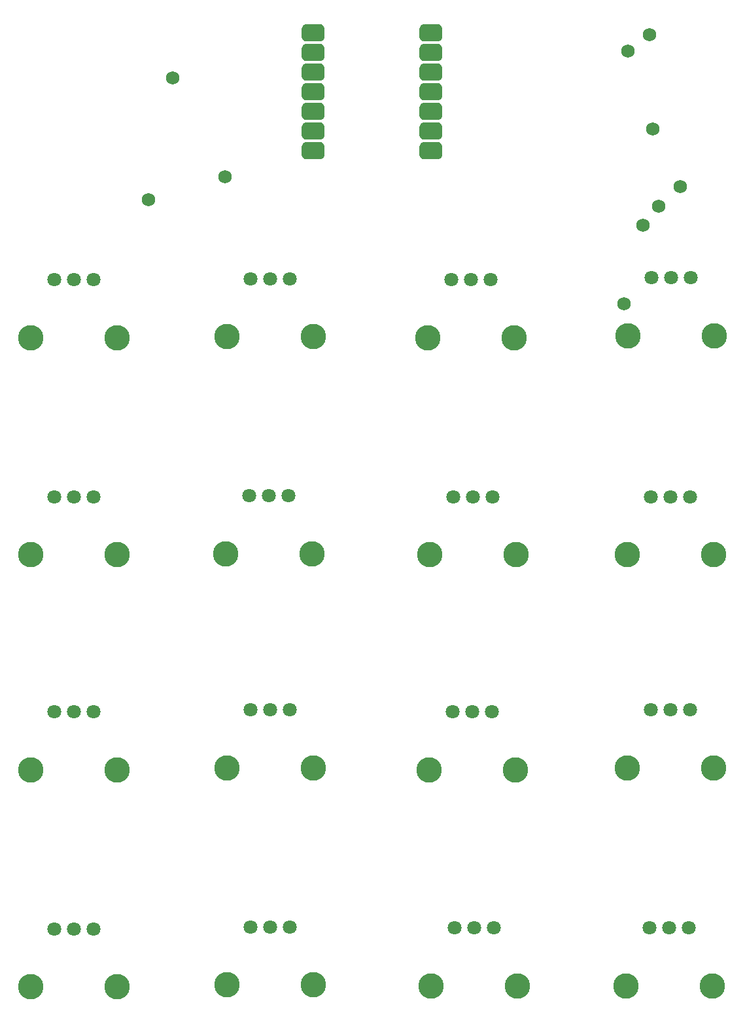
<source format=gbs>
G04 Layer: BottomSolderMaskLayer*
G04 EasyEDA v6.5.22, 2022-11-21 05:39:22*
G04 79285abd2fff4639a077ca8fd26d3c4e,5e732c2b7d5540c8836deda47cd93de7,10*
G04 Gerber Generator version 0.2*
G04 Scale: 100 percent, Rotated: No, Reflected: No *
G04 Dimensions in millimeters *
G04 leading zeros omitted , absolute positions ,4 integer and 5 decimal *
%FSLAX45Y45*%
%MOMM*%

%ADD10C,1.8000*%
%ADD11C,3.3000*%
%ADD12C,1.7272*%

%LPD*%
G36*
X6490715Y7217663D02*
G01*
X6483858Y7218171D01*
X6476745Y7219442D01*
X6469634Y7221728D01*
X6463029Y7224521D01*
X6456934Y7228331D01*
X6451091Y7232904D01*
X6446011Y7237984D01*
X6441693Y7243826D01*
X6437884Y7249921D01*
X6434836Y7256526D01*
X6432550Y7263384D01*
X6431279Y7270750D01*
X6431025Y7277608D01*
X6431025Y7378192D01*
X6431279Y7385050D01*
X6432550Y7392415D01*
X6434836Y7399273D01*
X6437884Y7405878D01*
X6441693Y7412228D01*
X6446011Y7417815D01*
X6451091Y7422895D01*
X6456934Y7427468D01*
X6463029Y7431278D01*
X6469634Y7434071D01*
X6476745Y7436358D01*
X6483858Y7437628D01*
X6490715Y7438136D01*
X6666484Y7438136D01*
X6673341Y7437628D01*
X6680454Y7436358D01*
X6687311Y7434071D01*
X6694170Y7431278D01*
X6700265Y7427468D01*
X6706108Y7422895D01*
X6711188Y7417815D01*
X6715506Y7411973D01*
X6719315Y7405878D01*
X6722363Y7399273D01*
X6724650Y7392415D01*
X6725920Y7385050D01*
X6726174Y7378192D01*
X6726174Y7277608D01*
X6725920Y7270750D01*
X6724650Y7263637D01*
X6722363Y7256526D01*
X6719315Y7249921D01*
X6715506Y7243826D01*
X6711188Y7237984D01*
X6706108Y7232904D01*
X6700265Y7228331D01*
X6694170Y7224521D01*
X6687311Y7221728D01*
X6680454Y7219442D01*
X6673341Y7218171D01*
X6666484Y7217663D01*
G37*
G36*
X6490715Y6963663D02*
G01*
X6483858Y6964171D01*
X6476745Y6965442D01*
X6469634Y6967728D01*
X6463029Y6970521D01*
X6456934Y6974331D01*
X6451091Y6978904D01*
X6446011Y6983984D01*
X6441693Y6989826D01*
X6437884Y6995921D01*
X6434836Y7002526D01*
X6432550Y7009384D01*
X6431279Y7016750D01*
X6431025Y7023608D01*
X6431025Y7124192D01*
X6431279Y7131050D01*
X6432550Y7138415D01*
X6434836Y7145273D01*
X6437884Y7151878D01*
X6441693Y7158228D01*
X6446011Y7163815D01*
X6451091Y7168895D01*
X6456934Y7173468D01*
X6463029Y7177278D01*
X6469634Y7180071D01*
X6476745Y7182358D01*
X6483858Y7183628D01*
X6490715Y7184136D01*
X6666484Y7184136D01*
X6673341Y7183628D01*
X6680454Y7182358D01*
X6687311Y7180071D01*
X6694170Y7177278D01*
X6700265Y7173468D01*
X6706108Y7168895D01*
X6711188Y7163815D01*
X6715506Y7157973D01*
X6719315Y7151878D01*
X6722363Y7145273D01*
X6724650Y7138415D01*
X6725920Y7131050D01*
X6726174Y7124192D01*
X6726174Y7023608D01*
X6725920Y7016750D01*
X6724650Y7009637D01*
X6722363Y7002526D01*
X6719315Y6995921D01*
X6715506Y6989826D01*
X6711188Y6983984D01*
X6706108Y6978904D01*
X6700265Y6974331D01*
X6694170Y6970521D01*
X6687311Y6967728D01*
X6680454Y6965442D01*
X6673341Y6964171D01*
X6666484Y6963663D01*
G37*
G36*
X6490715Y6709663D02*
G01*
X6483858Y6710171D01*
X6476745Y6711442D01*
X6469634Y6713728D01*
X6463029Y6716521D01*
X6456934Y6720331D01*
X6451091Y6724904D01*
X6446011Y6729984D01*
X6441693Y6735826D01*
X6437884Y6741921D01*
X6434836Y6748526D01*
X6432550Y6755384D01*
X6431279Y6762750D01*
X6431025Y6769608D01*
X6431025Y6870192D01*
X6431279Y6877050D01*
X6432550Y6884415D01*
X6434836Y6891273D01*
X6437884Y6897878D01*
X6441693Y6904228D01*
X6446011Y6909815D01*
X6451091Y6914895D01*
X6456934Y6919468D01*
X6463029Y6923278D01*
X6469634Y6926071D01*
X6476745Y6928358D01*
X6483858Y6929628D01*
X6490715Y6930136D01*
X6666484Y6930136D01*
X6673341Y6929628D01*
X6680454Y6928358D01*
X6687311Y6926071D01*
X6694170Y6923278D01*
X6700265Y6919468D01*
X6706108Y6914895D01*
X6711188Y6909815D01*
X6715506Y6903973D01*
X6719315Y6897878D01*
X6722363Y6891273D01*
X6724650Y6884415D01*
X6725920Y6877050D01*
X6726174Y6870192D01*
X6726174Y6769608D01*
X6725920Y6762750D01*
X6724650Y6755637D01*
X6722363Y6748526D01*
X6719315Y6741921D01*
X6715506Y6735826D01*
X6711188Y6729984D01*
X6706108Y6724904D01*
X6700265Y6720331D01*
X6694170Y6716521D01*
X6687311Y6713728D01*
X6680454Y6711442D01*
X6673341Y6710171D01*
X6666484Y6709663D01*
G37*
G36*
X6490715Y6455663D02*
G01*
X6483858Y6456171D01*
X6476745Y6457442D01*
X6469634Y6459728D01*
X6463029Y6462521D01*
X6456934Y6466331D01*
X6451091Y6470904D01*
X6446011Y6475984D01*
X6441693Y6481826D01*
X6437884Y6487921D01*
X6434836Y6494526D01*
X6432550Y6501384D01*
X6431279Y6508750D01*
X6431025Y6515607D01*
X6431025Y6616192D01*
X6431279Y6623050D01*
X6432550Y6630415D01*
X6434836Y6637273D01*
X6437884Y6643878D01*
X6441693Y6650228D01*
X6446011Y6655815D01*
X6451091Y6660895D01*
X6456934Y6665468D01*
X6463029Y6669278D01*
X6469634Y6672071D01*
X6476745Y6674358D01*
X6483858Y6675628D01*
X6490715Y6676136D01*
X6666484Y6676136D01*
X6673341Y6675628D01*
X6680454Y6674358D01*
X6687311Y6672071D01*
X6694170Y6669278D01*
X6700265Y6665468D01*
X6706108Y6660895D01*
X6711188Y6655815D01*
X6715506Y6649973D01*
X6719315Y6643878D01*
X6722363Y6637273D01*
X6724650Y6630415D01*
X6725920Y6623050D01*
X6726174Y6616192D01*
X6726174Y6515607D01*
X6725920Y6508750D01*
X6724650Y6501637D01*
X6722363Y6494526D01*
X6719315Y6487921D01*
X6715506Y6481826D01*
X6711188Y6475984D01*
X6706108Y6470904D01*
X6700265Y6466331D01*
X6694170Y6462521D01*
X6687311Y6459728D01*
X6680454Y6457442D01*
X6673341Y6456171D01*
X6666484Y6455663D01*
G37*
G36*
X6490715Y6201663D02*
G01*
X6483858Y6202171D01*
X6476745Y6203442D01*
X6469634Y6205728D01*
X6463029Y6208521D01*
X6456934Y6212331D01*
X6451091Y6216904D01*
X6446011Y6221984D01*
X6441693Y6227826D01*
X6437884Y6233921D01*
X6434836Y6240526D01*
X6432550Y6247384D01*
X6431279Y6254750D01*
X6431025Y6261607D01*
X6431025Y6362192D01*
X6431279Y6369050D01*
X6432550Y6376415D01*
X6434836Y6383273D01*
X6437884Y6389878D01*
X6441693Y6396228D01*
X6446011Y6401815D01*
X6451091Y6406895D01*
X6456934Y6411468D01*
X6463029Y6415278D01*
X6469634Y6418071D01*
X6476745Y6420357D01*
X6483858Y6421628D01*
X6490715Y6422136D01*
X6666484Y6422136D01*
X6673341Y6421628D01*
X6680454Y6420357D01*
X6687311Y6418071D01*
X6694170Y6415278D01*
X6700265Y6411468D01*
X6706108Y6406895D01*
X6711188Y6401815D01*
X6715506Y6395973D01*
X6719315Y6389878D01*
X6722363Y6383273D01*
X6724650Y6376415D01*
X6725920Y6369050D01*
X6726174Y6362192D01*
X6726174Y6261607D01*
X6725920Y6254750D01*
X6724650Y6247637D01*
X6722363Y6240526D01*
X6719315Y6233921D01*
X6715506Y6227826D01*
X6711188Y6221984D01*
X6706108Y6216904D01*
X6700265Y6212331D01*
X6694170Y6208521D01*
X6687311Y6205728D01*
X6680454Y6203442D01*
X6673341Y6202171D01*
X6666484Y6201663D01*
G37*
G36*
X6490715Y5947663D02*
G01*
X6483858Y5948171D01*
X6476745Y5949442D01*
X6469634Y5951728D01*
X6463029Y5954521D01*
X6456934Y5958331D01*
X6451091Y5962904D01*
X6446011Y5967984D01*
X6441693Y5973826D01*
X6437884Y5979921D01*
X6434836Y5986526D01*
X6432550Y5993384D01*
X6431279Y6000750D01*
X6431025Y6007607D01*
X6431025Y6108192D01*
X6431279Y6115050D01*
X6432550Y6122415D01*
X6434836Y6129273D01*
X6437884Y6135878D01*
X6441693Y6142228D01*
X6446011Y6147815D01*
X6451091Y6152895D01*
X6456934Y6157468D01*
X6463029Y6161278D01*
X6469634Y6164071D01*
X6476745Y6166357D01*
X6483858Y6167628D01*
X6490715Y6168136D01*
X6666484Y6168136D01*
X6673341Y6167628D01*
X6680454Y6166357D01*
X6687311Y6164071D01*
X6694170Y6161278D01*
X6700265Y6157468D01*
X6706108Y6152895D01*
X6711188Y6147815D01*
X6715506Y6141973D01*
X6719315Y6135878D01*
X6722363Y6129273D01*
X6724650Y6122415D01*
X6725920Y6115050D01*
X6726174Y6108192D01*
X6726174Y6007607D01*
X6725920Y6000750D01*
X6724650Y5993637D01*
X6722363Y5986526D01*
X6719315Y5979921D01*
X6715506Y5973826D01*
X6711188Y5967984D01*
X6706108Y5962904D01*
X6700265Y5958331D01*
X6694170Y5954521D01*
X6687311Y5951728D01*
X6680454Y5949442D01*
X6673341Y5948171D01*
X6666484Y5947663D01*
G37*
G36*
X6490715Y5693663D02*
G01*
X6483858Y5694171D01*
X6476745Y5695442D01*
X6469634Y5697728D01*
X6463029Y5700521D01*
X6456934Y5704331D01*
X6451091Y5708904D01*
X6446011Y5713984D01*
X6441693Y5719826D01*
X6437884Y5725921D01*
X6434836Y5732526D01*
X6432550Y5739384D01*
X6431279Y5746750D01*
X6431025Y5753607D01*
X6431025Y5854192D01*
X6431279Y5861050D01*
X6432550Y5868415D01*
X6434836Y5875273D01*
X6437884Y5881878D01*
X6441693Y5888228D01*
X6446011Y5893815D01*
X6451091Y5898895D01*
X6456934Y5903468D01*
X6463029Y5907278D01*
X6469634Y5910071D01*
X6476745Y5912357D01*
X6483858Y5913628D01*
X6490715Y5914136D01*
X6666484Y5914136D01*
X6673341Y5913628D01*
X6680454Y5912357D01*
X6687311Y5910071D01*
X6694170Y5907278D01*
X6700265Y5903468D01*
X6706108Y5898895D01*
X6711188Y5893815D01*
X6715506Y5887973D01*
X6719315Y5881878D01*
X6722363Y5875273D01*
X6724650Y5868415D01*
X6725920Y5861050D01*
X6726174Y5854192D01*
X6726174Y5753607D01*
X6725920Y5746750D01*
X6724650Y5739637D01*
X6722363Y5732526D01*
X6719315Y5725921D01*
X6715506Y5719826D01*
X6711188Y5713984D01*
X6706108Y5708904D01*
X6700265Y5704331D01*
X6694170Y5700521D01*
X6687311Y5697728D01*
X6680454Y5695442D01*
X6673341Y5694171D01*
X6666484Y5693663D01*
G37*
G36*
X8014715Y5693663D02*
G01*
X8007858Y5694171D01*
X8000745Y5695442D01*
X7993634Y5697728D01*
X7987029Y5700521D01*
X7980934Y5704331D01*
X7975091Y5708904D01*
X7970011Y5713984D01*
X7965693Y5719826D01*
X7961884Y5725921D01*
X7958836Y5732526D01*
X7956550Y5739384D01*
X7955279Y5746750D01*
X7955025Y5753607D01*
X7955025Y5854192D01*
X7955279Y5861050D01*
X7956550Y5868415D01*
X7958836Y5875273D01*
X7961884Y5881878D01*
X7965693Y5888228D01*
X7970011Y5893815D01*
X7975091Y5898895D01*
X7980934Y5903468D01*
X7987029Y5907278D01*
X7993634Y5910071D01*
X8000745Y5912357D01*
X8007858Y5913628D01*
X8014715Y5914136D01*
X8190484Y5914136D01*
X8197341Y5913628D01*
X8204454Y5912357D01*
X8211311Y5910071D01*
X8218170Y5907278D01*
X8224265Y5903468D01*
X8230108Y5898895D01*
X8235188Y5893815D01*
X8239506Y5887973D01*
X8243315Y5881878D01*
X8246363Y5875273D01*
X8248650Y5868415D01*
X8249920Y5861050D01*
X8250174Y5854192D01*
X8250174Y5753607D01*
X8249920Y5746750D01*
X8248650Y5739637D01*
X8246363Y5732526D01*
X8243315Y5725921D01*
X8239506Y5719826D01*
X8235188Y5713984D01*
X8230108Y5708904D01*
X8224265Y5704331D01*
X8218170Y5700521D01*
X8211311Y5697728D01*
X8204454Y5695442D01*
X8197341Y5694171D01*
X8190484Y5693663D01*
G37*
G36*
X8014715Y5947663D02*
G01*
X8007858Y5948171D01*
X8000745Y5949442D01*
X7993634Y5951728D01*
X7987029Y5954521D01*
X7980934Y5958331D01*
X7975091Y5962904D01*
X7970011Y5967984D01*
X7965693Y5973826D01*
X7961884Y5979921D01*
X7958836Y5986526D01*
X7956550Y5993384D01*
X7955279Y6000750D01*
X7955025Y6007607D01*
X7955025Y6108192D01*
X7955279Y6115050D01*
X7956550Y6122415D01*
X7958836Y6129273D01*
X7961884Y6135878D01*
X7965693Y6142228D01*
X7970011Y6147815D01*
X7975091Y6152895D01*
X7980934Y6157468D01*
X7987029Y6161278D01*
X7993634Y6164071D01*
X8000745Y6166357D01*
X8007858Y6167628D01*
X8014715Y6168136D01*
X8190484Y6168136D01*
X8197341Y6167628D01*
X8204454Y6166357D01*
X8211311Y6164071D01*
X8218170Y6161278D01*
X8224265Y6157468D01*
X8230108Y6152895D01*
X8235188Y6147815D01*
X8239506Y6141973D01*
X8243315Y6135878D01*
X8246363Y6129273D01*
X8248650Y6122415D01*
X8249920Y6115050D01*
X8250174Y6108192D01*
X8250174Y6007607D01*
X8249920Y6000750D01*
X8248650Y5993637D01*
X8246363Y5986526D01*
X8243315Y5979921D01*
X8239506Y5973826D01*
X8235188Y5967984D01*
X8230108Y5962904D01*
X8224265Y5958331D01*
X8218170Y5954521D01*
X8211311Y5951728D01*
X8204454Y5949442D01*
X8197341Y5948171D01*
X8190484Y5947663D01*
G37*
G36*
X8014715Y6201663D02*
G01*
X8007858Y6202171D01*
X8000745Y6203442D01*
X7993634Y6205728D01*
X7987029Y6208521D01*
X7980934Y6212331D01*
X7975091Y6216904D01*
X7970011Y6221984D01*
X7965693Y6227826D01*
X7961884Y6233921D01*
X7958836Y6240526D01*
X7956550Y6247384D01*
X7955279Y6254750D01*
X7955025Y6261607D01*
X7955025Y6362192D01*
X7955279Y6369050D01*
X7956550Y6376415D01*
X7958836Y6383273D01*
X7961884Y6389878D01*
X7965693Y6396228D01*
X7970011Y6401815D01*
X7975091Y6406895D01*
X7980934Y6411468D01*
X7987029Y6415278D01*
X7993634Y6418071D01*
X8000745Y6420357D01*
X8007858Y6421628D01*
X8014715Y6422136D01*
X8190484Y6422136D01*
X8197341Y6421628D01*
X8204454Y6420357D01*
X8211311Y6418071D01*
X8218170Y6415278D01*
X8224265Y6411468D01*
X8230108Y6406895D01*
X8235188Y6401815D01*
X8239506Y6395973D01*
X8243315Y6389878D01*
X8246363Y6383273D01*
X8248650Y6376415D01*
X8249920Y6369050D01*
X8250174Y6362192D01*
X8250174Y6261607D01*
X8249920Y6254750D01*
X8248650Y6247637D01*
X8246363Y6240526D01*
X8243315Y6233921D01*
X8239506Y6227826D01*
X8235188Y6221984D01*
X8230108Y6216904D01*
X8224265Y6212331D01*
X8218170Y6208521D01*
X8211311Y6205728D01*
X8204454Y6203442D01*
X8197341Y6202171D01*
X8190484Y6201663D01*
G37*
G36*
X8014715Y6455663D02*
G01*
X8007858Y6456171D01*
X8000745Y6457442D01*
X7993634Y6459728D01*
X7987029Y6462521D01*
X7980934Y6466331D01*
X7975091Y6470904D01*
X7970011Y6475984D01*
X7965693Y6481826D01*
X7961884Y6487921D01*
X7958836Y6494526D01*
X7956550Y6501384D01*
X7955279Y6508750D01*
X7955025Y6515607D01*
X7955025Y6616192D01*
X7955279Y6623050D01*
X7956550Y6630415D01*
X7958836Y6637273D01*
X7961884Y6643878D01*
X7965693Y6650228D01*
X7970011Y6655815D01*
X7975091Y6660895D01*
X7980934Y6665468D01*
X7987029Y6669278D01*
X7993634Y6672071D01*
X8000745Y6674358D01*
X8007858Y6675628D01*
X8014715Y6676136D01*
X8190484Y6676136D01*
X8197341Y6675628D01*
X8204454Y6674358D01*
X8211311Y6672071D01*
X8218170Y6669278D01*
X8224265Y6665468D01*
X8230108Y6660895D01*
X8235188Y6655815D01*
X8239506Y6649973D01*
X8243315Y6643878D01*
X8246363Y6637273D01*
X8248650Y6630415D01*
X8249920Y6623050D01*
X8250174Y6616192D01*
X8250174Y6515607D01*
X8249920Y6508750D01*
X8248650Y6501637D01*
X8246363Y6494526D01*
X8243315Y6487921D01*
X8239506Y6481826D01*
X8235188Y6475984D01*
X8230108Y6470904D01*
X8224265Y6466331D01*
X8218170Y6462521D01*
X8211311Y6459728D01*
X8204454Y6457442D01*
X8197341Y6456171D01*
X8190484Y6455663D01*
G37*
G36*
X8014715Y6709663D02*
G01*
X8007858Y6710171D01*
X8000745Y6711442D01*
X7993634Y6713728D01*
X7987029Y6716521D01*
X7980934Y6720331D01*
X7975091Y6724904D01*
X7970011Y6729984D01*
X7965693Y6735826D01*
X7961884Y6741921D01*
X7958836Y6748526D01*
X7956550Y6755384D01*
X7955279Y6762750D01*
X7955025Y6769608D01*
X7955025Y6870192D01*
X7955279Y6877050D01*
X7956550Y6884415D01*
X7958836Y6891273D01*
X7961884Y6897878D01*
X7965693Y6904228D01*
X7970011Y6909815D01*
X7975091Y6914895D01*
X7980934Y6919468D01*
X7987029Y6923278D01*
X7993634Y6926071D01*
X8000745Y6928358D01*
X8007858Y6929628D01*
X8014715Y6930136D01*
X8190484Y6930136D01*
X8197341Y6929628D01*
X8204454Y6928358D01*
X8211311Y6926071D01*
X8218170Y6923278D01*
X8224265Y6919468D01*
X8230108Y6914895D01*
X8235188Y6909815D01*
X8239506Y6903973D01*
X8243315Y6897878D01*
X8246363Y6891273D01*
X8248650Y6884415D01*
X8249920Y6877050D01*
X8250174Y6870192D01*
X8250174Y6769608D01*
X8249920Y6762750D01*
X8248650Y6755637D01*
X8246363Y6748526D01*
X8243315Y6741921D01*
X8239506Y6735826D01*
X8235188Y6729984D01*
X8230108Y6724904D01*
X8224265Y6720331D01*
X8218170Y6716521D01*
X8211311Y6713728D01*
X8204454Y6711442D01*
X8197341Y6710171D01*
X8190484Y6709663D01*
G37*
G36*
X8014715Y6963663D02*
G01*
X8007858Y6964171D01*
X8000745Y6965442D01*
X7993634Y6967728D01*
X7987029Y6970521D01*
X7980934Y6974331D01*
X7975091Y6978904D01*
X7970011Y6983984D01*
X7965693Y6989826D01*
X7961884Y6995921D01*
X7958836Y7002526D01*
X7956550Y7009384D01*
X7955279Y7016750D01*
X7955025Y7023608D01*
X7955025Y7124192D01*
X7955279Y7131050D01*
X7956550Y7138415D01*
X7958836Y7145273D01*
X7961884Y7151878D01*
X7965693Y7158228D01*
X7970011Y7163815D01*
X7975091Y7168895D01*
X7980934Y7173468D01*
X7987029Y7177278D01*
X7993634Y7180071D01*
X8000745Y7182358D01*
X8007858Y7183628D01*
X8014715Y7184136D01*
X8190484Y7184136D01*
X8197341Y7183628D01*
X8204454Y7182358D01*
X8211311Y7180071D01*
X8218170Y7177278D01*
X8224265Y7173468D01*
X8230108Y7168895D01*
X8235188Y7163815D01*
X8239506Y7157973D01*
X8243315Y7151878D01*
X8246363Y7145273D01*
X8248650Y7138415D01*
X8249920Y7131050D01*
X8250174Y7124192D01*
X8250174Y7023608D01*
X8249920Y7016750D01*
X8248650Y7009637D01*
X8246363Y7002526D01*
X8243315Y6995921D01*
X8239506Y6989826D01*
X8235188Y6983984D01*
X8230108Y6978904D01*
X8224265Y6974331D01*
X8218170Y6970521D01*
X8211311Y6967728D01*
X8204454Y6965442D01*
X8197341Y6964171D01*
X8190484Y6963663D01*
G37*
G36*
X8014715Y7217663D02*
G01*
X8007858Y7218171D01*
X8000745Y7219442D01*
X7993634Y7221728D01*
X7987029Y7224521D01*
X7980934Y7228331D01*
X7975091Y7232904D01*
X7970011Y7237984D01*
X7965693Y7243826D01*
X7961884Y7249921D01*
X7958836Y7256526D01*
X7956550Y7263384D01*
X7955279Y7270750D01*
X7955025Y7277608D01*
X7955025Y7378192D01*
X7955279Y7385050D01*
X7956550Y7392415D01*
X7958836Y7399273D01*
X7961884Y7405878D01*
X7965693Y7412228D01*
X7970011Y7417815D01*
X7975091Y7422895D01*
X7980934Y7427468D01*
X7987029Y7431278D01*
X7993634Y7434071D01*
X8000745Y7436358D01*
X8007858Y7437628D01*
X8014715Y7438136D01*
X8190484Y7438136D01*
X8197341Y7437628D01*
X8204454Y7436358D01*
X8211311Y7434071D01*
X8218170Y7431278D01*
X8224265Y7427468D01*
X8230108Y7422895D01*
X8235188Y7417815D01*
X8239506Y7411973D01*
X8243315Y7405878D01*
X8246363Y7399273D01*
X8248650Y7392415D01*
X8249920Y7385050D01*
X8250174Y7378192D01*
X8250174Y7277608D01*
X8249920Y7270750D01*
X8248650Y7263637D01*
X8246363Y7256526D01*
X8243315Y7249921D01*
X8239506Y7243826D01*
X8235188Y7237984D01*
X8230108Y7232904D01*
X8224265Y7228331D01*
X8218170Y7224521D01*
X8211311Y7221728D01*
X8204454Y7219442D01*
X8197341Y7218171D01*
X8190484Y7217663D01*
G37*
D10*
G01*
X11442700Y-4247794D03*
G01*
X11188700Y-4247794D03*
G01*
X10934700Y-4247794D03*
D11*
G01*
X10628706Y-4997780D03*
G01*
X11748693Y-4997805D03*
D10*
G01*
X11455400Y-1428394D03*
G01*
X11201400Y-1428394D03*
G01*
X10947400Y-1428394D03*
D11*
G01*
X10641406Y-2178380D03*
G01*
X11761393Y-2178405D03*
D10*
G01*
X11455400Y1327505D03*
G01*
X11201400Y1327505D03*
G01*
X10947400Y1327505D03*
D11*
G01*
X10641406Y577519D03*
G01*
X11761393Y577494D03*
D10*
G01*
X11468100Y4159605D03*
G01*
X11214100Y4159605D03*
G01*
X10960100Y4159605D03*
D11*
G01*
X10654106Y3409619D03*
G01*
X11774093Y3409594D03*
D10*
G01*
X8915400Y-4247794D03*
G01*
X8661400Y-4247794D03*
G01*
X8407400Y-4247794D03*
D11*
G01*
X8101406Y-4997780D03*
G01*
X9221393Y-4997805D03*
D10*
G01*
X8890000Y-1453794D03*
G01*
X8636000Y-1453794D03*
G01*
X8382000Y-1453794D03*
D11*
G01*
X8076006Y-2203780D03*
G01*
X9195993Y-2203805D03*
D10*
G01*
X8902700Y1327505D03*
G01*
X8648700Y1327505D03*
G01*
X8394700Y1327505D03*
D11*
G01*
X8088706Y577519D03*
G01*
X9208693Y577494D03*
D10*
G01*
X8877300Y4134205D03*
G01*
X8623300Y4134205D03*
G01*
X8369300Y4134205D03*
D11*
G01*
X8063306Y3384219D03*
G01*
X9183293Y3384194D03*
D10*
G01*
X3733800Y4134205D03*
G01*
X3479800Y4134205D03*
G01*
X3225800Y4134205D03*
D11*
G01*
X2919806Y3384219D03*
G01*
X4039793Y3384194D03*
D10*
G01*
X3733800Y1327505D03*
G01*
X3479800Y1327505D03*
G01*
X3225800Y1327505D03*
D11*
G01*
X2919806Y577519D03*
G01*
X4039793Y577494D03*
D10*
G01*
X3733800Y-1453794D03*
G01*
X3479800Y-1453794D03*
G01*
X3225800Y-1453794D03*
D11*
G01*
X2919806Y-2203780D03*
G01*
X4039793Y-2203805D03*
D10*
G01*
X3733800Y-4260494D03*
G01*
X3479800Y-4260494D03*
G01*
X3225800Y-4260494D03*
D11*
G01*
X2919806Y-5010480D03*
G01*
X4039793Y-5010505D03*
D10*
G01*
X6273800Y4146905D03*
G01*
X6019800Y4146905D03*
G01*
X5765800Y4146905D03*
D11*
G01*
X5459806Y3396919D03*
G01*
X6579793Y3396894D03*
D10*
G01*
X6261100Y1340205D03*
G01*
X6007100Y1340205D03*
G01*
X5753100Y1340205D03*
D11*
G01*
X5447106Y590219D03*
G01*
X6567093Y590194D03*
D10*
G01*
X6273800Y-1428394D03*
G01*
X6019800Y-1428394D03*
G01*
X5765800Y-1428394D03*
D11*
G01*
X5459806Y-2178380D03*
G01*
X6579793Y-2178405D03*
D10*
G01*
X6273800Y-4235094D03*
G01*
X6019800Y-4235094D03*
G01*
X5765800Y-4235094D03*
D11*
G01*
X5459806Y-4985080D03*
G01*
X6579793Y-4985105D03*
D12*
G01*
X11328400Y5334000D03*
G01*
X11049000Y5080000D03*
G01*
X10845800Y4838700D03*
G01*
X6578600Y7327900D03*
G01*
X6578600Y7073900D03*
G01*
X6578600Y6819900D03*
G01*
X6578600Y6565900D03*
G01*
X6578600Y6311900D03*
G01*
X6578600Y6057900D03*
G01*
X6578600Y5803900D03*
G01*
X8102600Y7327900D03*
G01*
X8102600Y7073900D03*
G01*
X8102600Y6565900D03*
G01*
X8102600Y6311900D03*
G01*
X8102600Y6057900D03*
G01*
X8102600Y5803900D03*
G01*
X5435600Y5461000D03*
G01*
X4762500Y6743700D03*
G01*
X10934700Y7302500D03*
G01*
X10655300Y7086600D03*
G01*
X10972800Y6083300D03*
G01*
X4445000Y5168900D03*
G01*
X10604500Y3822700D03*
M02*

</source>
